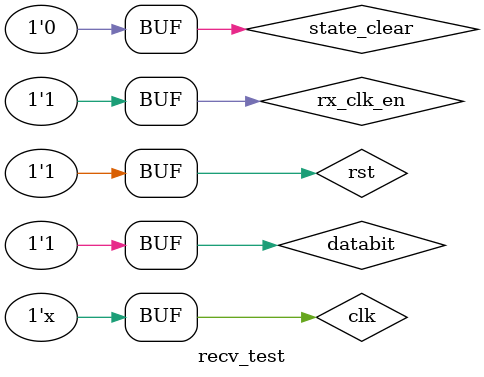
<source format=v>
module recv_test();
/*接收模块测试*/

wire [7:0] rx_data; //接收数据
reg clk = 0; //输入时钟
reg rst = 1; //复位
reg state_clear = 0; //要传输的数据位
reg databit; //当前传输的数据位
wire ready; //接收ready信号
wire errdata; //数据位错误指示
wire enderror; //帧错误指示（未正确结束）

wire rx_clk_en = 1;

uart_rx rx(.clk(clk), .rst(rst), .rx(databit), .state_clear(state_clear), .rx_clk_en(rx_clk_en), .ready(ready), .errdata(errdata), .enderror(enderror), .rx_data(rx_data));

initial begin
    // 数据正确的时候
    databit <= 0;
    #16 databit <= 1;
    
//    // 数据位错误的情况
//    databit <= 0;
//    #128 databit <= 1;
    
//    // 帧错误的情况
//    databit <= 0;
end

always begin //产生输入时钟
    #1 clk = ~clk;
end
endmodule
</source>
